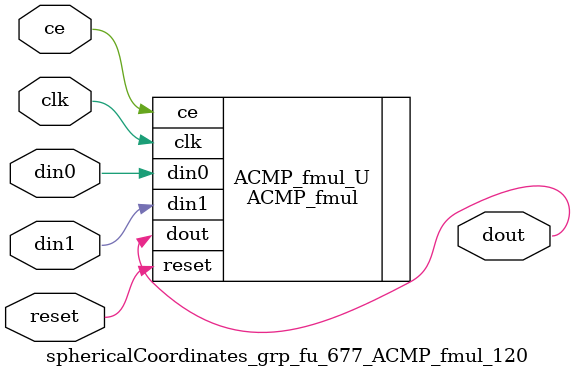
<source format=v>

`timescale 1 ns / 1 ps
module sphericalCoordinates_grp_fu_677_ACMP_fmul_120(
    clk,
    reset,
    ce,
    din0,
    din1,
    dout);

parameter ID = 32'd1;
parameter NUM_STAGE = 32'd1;
parameter din0_WIDTH = 32'd1;
parameter din1_WIDTH = 32'd1;
parameter dout_WIDTH = 32'd1;
input clk;
input reset;
input ce;
input[din0_WIDTH - 1:0] din0;
input[din1_WIDTH - 1:0] din1;
output[dout_WIDTH - 1:0] dout;



ACMP_fmul #(
.ID( ID ),
.NUM_STAGE( 4 ),
.din0_WIDTH( din0_WIDTH ),
.din1_WIDTH( din1_WIDTH ),
.dout_WIDTH( dout_WIDTH ))
ACMP_fmul_U(
    .clk( clk ),
    .reset( reset ),
    .ce( ce ),
    .din0( din0 ),
    .din1( din1 ),
    .dout( dout ));

endmodule

</source>
